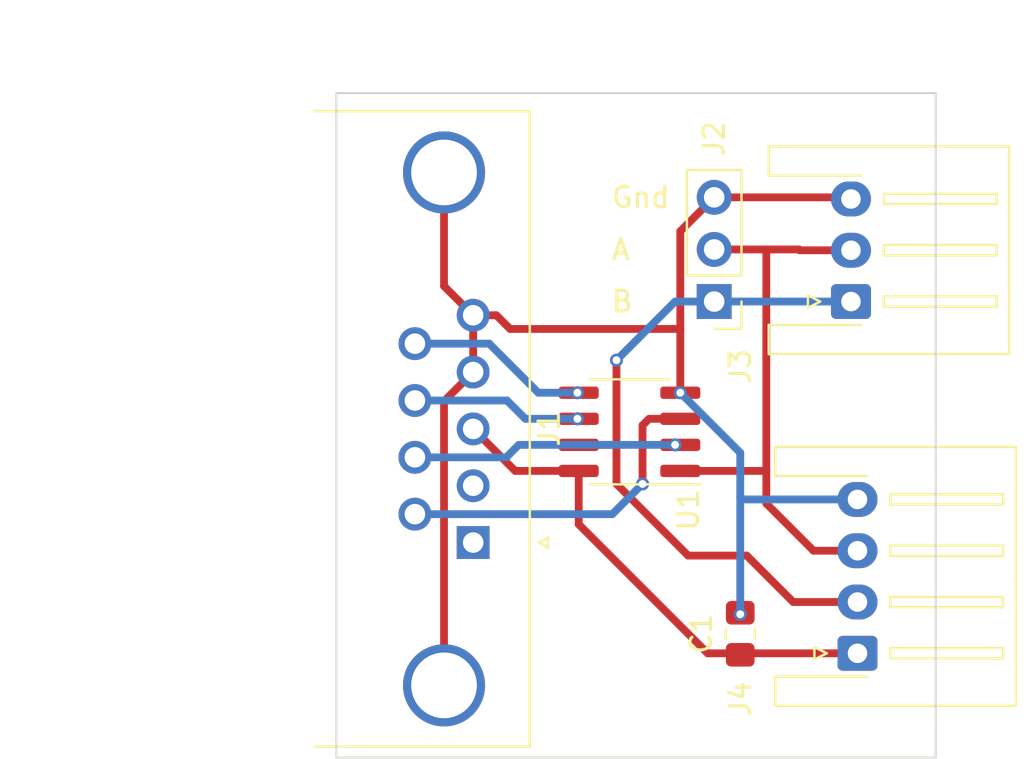
<source format=kicad_pcb>
(kicad_pcb (version 20171130) (host pcbnew "(5.1.4)-1")

  (general
    (thickness 1.6)
    (drawings 9)
    (tracks 68)
    (zones 0)
    (modules 6)
    (nets 9)
  )

  (page A4)
  (layers
    (0 F.Cu signal)
    (31 B.Cu signal)
    (32 B.Adhes user)
    (33 F.Adhes user)
    (34 B.Paste user)
    (35 F.Paste user)
    (36 B.SilkS user)
    (37 F.SilkS user)
    (38 B.Mask user)
    (39 F.Mask user)
    (40 Dwgs.User user)
    (41 Cmts.User user)
    (42 Eco1.User user)
    (43 Eco2.User user)
    (44 Edge.Cuts user)
    (45 Margin user)
    (46 B.CrtYd user)
    (47 F.CrtYd user)
    (48 B.Fab user hide)
    (49 F.Fab user hide)
  )

  (setup
    (last_trace_width 0.381)
    (user_trace_width 0.508)
    (trace_clearance 0.2)
    (zone_clearance 0.508)
    (zone_45_only no)
    (trace_min 0.2)
    (via_size 0.635)
    (via_drill 0.381)
    (via_min_size 0.4)
    (via_min_drill 0.3)
    (user_via 1.651 0.635)
    (uvia_size 0.3)
    (uvia_drill 0.1)
    (uvias_allowed no)
    (uvia_min_size 0.2)
    (uvia_min_drill 0.1)
    (edge_width 0.05)
    (segment_width 0.2)
    (pcb_text_width 0.3)
    (pcb_text_size 1.5 1.5)
    (mod_edge_width 0.12)
    (mod_text_size 1 1)
    (mod_text_width 0.15)
    (pad_size 1.524 1.524)
    (pad_drill 0.762)
    (pad_to_mask_clearance 0.051)
    (solder_mask_min_width 0.25)
    (aux_axis_origin 133.35 120.015)
    (grid_origin 133.35 120.015)
    (visible_elements 7FFFFFFF)
    (pcbplotparams
      (layerselection 0x010fc_ffffffff)
      (usegerberextensions false)
      (usegerberattributes false)
      (usegerberadvancedattributes false)
      (creategerberjobfile false)
      (excludeedgelayer true)
      (linewidth 0.100000)
      (plotframeref false)
      (viasonmask false)
      (mode 1)
      (useauxorigin false)
      (hpglpennumber 1)
      (hpglpenspeed 20)
      (hpglpendiameter 15.000000)
      (psnegative false)
      (psa4output false)
      (plotreference true)
      (plotvalue true)
      (plotinvisibletext false)
      (padsonsilk false)
      (subtractmaskfromsilk false)
      (outputformat 1)
      (mirror false)
      (drillshape 0)
      (scaleselection 1)
      (outputdirectory ""))
  )

  (net 0 "")
  (net 1 GND)
  (net 2 +5V)
  (net 3 /B+)
  (net 4 /B-)
  (net 5 /A-)
  (net 6 /A+)
  (net 7 /B)
  (net 8 /A)

  (net_class Default "This is the default net class."
    (clearance 0.2)
    (trace_width 0.381)
    (via_dia 0.635)
    (via_drill 0.381)
    (uvia_dia 0.3)
    (uvia_drill 0.1)
    (add_net +5V)
    (add_net /A)
    (add_net /A+)
    (add_net /A-)
    (add_net /B)
    (add_net /B+)
    (add_net /B-)
    (add_net GND)
    (add_net "Net-(J1-Pad1)")
    (add_net "Net-(J1-Pad2)")
  )

  (module 0MiscParts:DSUB-9_Female_Horizontal_P2.77x2.84mm_EdgePinOffset4.94mm_Housed_MountingHolesOffset7.48mm (layer F.Cu) (tedit 5E5A5D2A) (tstamp 5E4C5D68)
    (at 140.0175 109.5375 270)
    (descr "9-pin D-Sub connector, horizontal/angled (90 deg), THT-mount, female, pitch 2.77x2.84mm, pin-PCB-offset 4.9399999999999995mm, distance of mounting holes 25mm, distance of mounting holes to PCB edge 7.4799999999999995mm, see https://disti-assets.s3.amazonaws.com/tonar/files/datasheets/16730.pdf")
    (tags "9-pin D-Sub connector horizontal angled 90deg THT female pitch 2.77x2.84mm pin-PCB-offset 4.9399999999999995mm mounting-holes-distance 25mm mounting-hole-offset 25mm")
    (path /5E4BA70F)
    (fp_text reference J1 (at -5.54 -3.7 90) (layer F.SilkS)
      (effects (font (size 1 1) (thickness 0.15)))
    )
    (fp_text value DB9_Female_MountingHoles (at -5.54 15.85 90) (layer F.Fab)
      (effects (font (size 1 1) (thickness 0.15)))
    )
    (fp_text user %R (at -5.54 11.265 90) (layer F.Fab)
      (effects (font (size 1 1) (thickness 0.15)))
    )
    (fp_line (start 10.4 -3.25) (end -21.5 -3.25) (layer F.CrtYd) (width 0.05))
    (fp_line (start 10.4 14.85) (end 10.4 -3.25) (layer F.CrtYd) (width 0.05))
    (fp_line (start -21.5 14.85) (end 10.4 14.85) (layer F.CrtYd) (width 0.05))
    (fp_line (start -21.5 -3.25) (end -21.5 14.85) (layer F.CrtYd) (width 0.05))
    (fp_line (start 0 -3.221325) (end -0.25 -3.654338) (layer F.SilkS) (width 0.12))
    (fp_line (start 0.25 -3.654338) (end 0 -3.221325) (layer F.SilkS) (width 0.12))
    (fp_line (start -0.25 -3.654338) (end 0.25 -3.654338) (layer F.SilkS) (width 0.12))
    (fp_line (start 9.945 -2.76) (end 9.945 7.72) (layer F.SilkS) (width 0.12))
    (fp_line (start -21.025 -2.76) (end 9.945 -2.76) (layer F.SilkS) (width 0.12))
    (fp_line (start -21.025 7.72) (end -21.025 -2.76) (layer F.SilkS) (width 0.12))
    (fp_line (start 8.56 7.78) (end 8.56 0.3) (layer F.Fab) (width 0.1))
    (fp_line (start 5.36 7.78) (end 5.36 0.3) (layer F.Fab) (width 0.1))
    (fp_line (start -16.44 7.78) (end -16.44 0.3) (layer F.Fab) (width 0.1))
    (fp_line (start -19.64 7.78) (end -19.64 0.3) (layer F.Fab) (width 0.1))
    (fp_line (start 9.46 8.18) (end 4.46 8.18) (layer F.Fab) (width 0.1))
    (fp_line (start 9.46 13.18) (end 9.46 8.18) (layer F.Fab) (width 0.1))
    (fp_line (start 4.46 13.18) (end 9.46 13.18) (layer F.Fab) (width 0.1))
    (fp_line (start 4.46 8.18) (end 4.46 13.18) (layer F.Fab) (width 0.1))
    (fp_line (start -15.54 8.18) (end -20.54 8.18) (layer F.Fab) (width 0.1))
    (fp_line (start -15.54 13.18) (end -15.54 8.18) (layer F.Fab) (width 0.1))
    (fp_line (start -20.54 13.18) (end -15.54 13.18) (layer F.Fab) (width 0.1))
    (fp_line (start -20.54 8.18) (end -20.54 13.18) (layer F.Fab) (width 0.1))
    (fp_line (start 2.61 8.18) (end -13.69 8.18) (layer F.Fab) (width 0.1))
    (fp_line (start 2.61 14.35) (end 2.61 8.18) (layer F.Fab) (width 0.1))
    (fp_line (start -13.69 14.35) (end 2.61 14.35) (layer F.Fab) (width 0.1))
    (fp_line (start -13.69 8.18) (end -13.69 14.35) (layer F.Fab) (width 0.1))
    (fp_line (start 9.885 7.78) (end -20.965 7.78) (layer F.Fab) (width 0.1))
    (fp_line (start 9.885 8.18) (end 9.885 7.78) (layer F.Fab) (width 0.1))
    (fp_line (start -20.965 8.18) (end 9.885 8.18) (layer F.Fab) (width 0.1))
    (fp_line (start -20.965 7.78) (end -20.965 8.18) (layer F.Fab) (width 0.1))
    (fp_line (start 9.885 -2.7) (end -20.965 -2.7) (layer F.Fab) (width 0.1))
    (fp_line (start 9.885 7.78) (end 9.885 -2.7) (layer F.Fab) (width 0.1))
    (fp_line (start -20.965 7.78) (end 9.885 7.78) (layer F.Fab) (width 0.1))
    (fp_line (start -20.965 -2.7) (end -20.965 7.78) (layer F.Fab) (width 0.1))
    (fp_arc (start 6.96 0.3) (end 5.36 0.3) (angle 180) (layer F.Fab) (width 0.1))
    (fp_arc (start -18.04 0.3) (end -19.64 0.3) (angle 180) (layer F.Fab) (width 0.1))
    (pad 0 thru_hole circle (at 6.96 1.42 270) (size 4 4) (drill 3.2) (layers *.Cu *.Mask)
      (net 1 GND))
    (pad 0 thru_hole circle (at -18.04 1.42 270) (size 4 4) (drill 3.2) (layers *.Cu *.Mask)
      (net 1 GND))
    (pad 9 thru_hole circle (at -9.695 2.84 270) (size 1.6 1.6) (drill 1) (layers *.Cu *.Mask)
      (net 3 /B+))
    (pad 8 thru_hole circle (at -6.925 2.84 270) (size 1.6 1.6) (drill 1) (layers *.Cu *.Mask)
      (net 4 /B-))
    (pad 7 thru_hole circle (at -4.155 2.84 270) (size 1.6 1.6) (drill 1) (layers *.Cu *.Mask)
      (net 5 /A-))
    (pad 6 thru_hole circle (at -1.385 2.84 270) (size 1.6 1.6) (drill 1) (layers *.Cu *.Mask)
      (net 6 /A+))
    (pad 5 thru_hole circle (at -11.08 0 270) (size 1.6 1.6) (drill 1) (layers *.Cu *.Mask)
      (net 1 GND))
    (pad 4 thru_hole circle (at -8.31 0 270) (size 1.6 1.6) (drill 1) (layers *.Cu *.Mask)
      (net 1 GND))
    (pad 3 thru_hole circle (at -5.54 0 270) (size 1.6 1.6) (drill 1) (layers *.Cu *.Mask)
      (net 2 +5V))
    (pad 2 thru_hole circle (at -2.77 0 270) (size 1.6 1.6) (drill 1) (layers *.Cu *.Mask))
    (pad 1 thru_hole rect (at 0 0 270) (size 1.6 1.6) (drill 1) (layers *.Cu *.Mask))
    (model ${KISYS3DMOD}/Connector_Dsub.3dshapes/DSUB-9_Female_Horizontal_P2.77x2.84mm_EdgePinOffset4.94mm_Housed_MountingHolesOffset7.48mm.wrl
      (at (xyz 0 0 0))
      (scale (xyz 1 1 1))
      (rotate (xyz 0 0 0))
    )
  )

  (module Connector_PinHeader_2.54mm:PinHeader_1x03_P2.54mm_Vertical (layer F.Cu) (tedit 59FED5CC) (tstamp 5E4CF623)
    (at 151.765 97.79 180)
    (descr "Through hole straight pin header, 1x03, 2.54mm pitch, single row")
    (tags "Through hole pin header THT 1x03 2.54mm single row")
    (path /5E5240B8)
    (fp_text reference J2 (at 0 7.9375 90) (layer F.SilkS)
      (effects (font (size 1 1) (thickness 0.15)))
    )
    (fp_text value Conn_01x03_Male (at 0 7.41) (layer F.Fab)
      (effects (font (size 1 1) (thickness 0.15)))
    )
    (fp_text user %R (at 0 2.54 90) (layer F.Fab)
      (effects (font (size 1 1) (thickness 0.15)))
    )
    (fp_line (start 1.8 -1.8) (end -1.8 -1.8) (layer F.CrtYd) (width 0.05))
    (fp_line (start 1.8 6.85) (end 1.8 -1.8) (layer F.CrtYd) (width 0.05))
    (fp_line (start -1.8 6.85) (end 1.8 6.85) (layer F.CrtYd) (width 0.05))
    (fp_line (start -1.8 -1.8) (end -1.8 6.85) (layer F.CrtYd) (width 0.05))
    (fp_line (start -1.33 -1.33) (end 0 -1.33) (layer F.SilkS) (width 0.12))
    (fp_line (start -1.33 0) (end -1.33 -1.33) (layer F.SilkS) (width 0.12))
    (fp_line (start -1.33 1.27) (end 1.33 1.27) (layer F.SilkS) (width 0.12))
    (fp_line (start 1.33 1.27) (end 1.33 6.41) (layer F.SilkS) (width 0.12))
    (fp_line (start -1.33 1.27) (end -1.33 6.41) (layer F.SilkS) (width 0.12))
    (fp_line (start -1.33 6.41) (end 1.33 6.41) (layer F.SilkS) (width 0.12))
    (fp_line (start -1.27 -0.635) (end -0.635 -1.27) (layer F.Fab) (width 0.1))
    (fp_line (start -1.27 6.35) (end -1.27 -0.635) (layer F.Fab) (width 0.1))
    (fp_line (start 1.27 6.35) (end -1.27 6.35) (layer F.Fab) (width 0.1))
    (fp_line (start 1.27 -1.27) (end 1.27 6.35) (layer F.Fab) (width 0.1))
    (fp_line (start -0.635 -1.27) (end 1.27 -1.27) (layer F.Fab) (width 0.1))
    (pad 3 thru_hole oval (at 0 5.08 180) (size 1.7 1.7) (drill 1) (layers *.Cu *.Mask)
      (net 1 GND))
    (pad 2 thru_hole oval (at 0 2.54 180) (size 1.7 1.7) (drill 1) (layers *.Cu *.Mask)
      (net 8 /A))
    (pad 1 thru_hole rect (at 0 0 180) (size 1.7 1.7) (drill 1) (layers *.Cu *.Mask)
      (net 7 /B))
    (model ${KISYS3DMOD}/Connector_PinHeader_2.54mm.3dshapes/PinHeader_1x03_P2.54mm_Vertical.wrl
      (at (xyz 0 0 0))
      (scale (xyz 1 1 1))
      (rotate (xyz 0 0 0))
    )
  )

  (module Connector_JST:JST_XH_S3B-XH-A-1_1x03_P2.50mm_Horizontal (layer F.Cu) (tedit 5C281476) (tstamp 5E4C5EEF)
    (at 158.4325 97.79 90)
    (descr "JST XH series connector, S3B-XH-A-1 (http://www.jst-mfg.com/product/pdf/eng/eXH.pdf), generated with kicad-footprint-generator")
    (tags "connector JST XH horizontal")
    (path /5E5026A3)
    (fp_text reference J3 (at -3.175 -5.3975 90) (layer F.SilkS)
      (effects (font (size 1 1) (thickness 0.15)))
    )
    (fp_text value Conn_01x03 (at 2.5 8.8 90) (layer F.Fab)
      (effects (font (size 1 1) (thickness 0.15)))
    )
    (fp_text user %R (at 2.5 1.85 90) (layer F.Fab)
      (effects (font (size 1 1) (thickness 0.15)))
    )
    (fp_line (start 0 -0.4) (end 0.625 0.6) (layer F.Fab) (width 0.1))
    (fp_line (start -0.625 0.6) (end 0 -0.4) (layer F.Fab) (width 0.1))
    (fp_line (start 0.3 -2.1) (end 0 -1.5) (layer F.SilkS) (width 0.12))
    (fp_line (start -0.3 -2.1) (end 0.3 -2.1) (layer F.SilkS) (width 0.12))
    (fp_line (start 0 -1.5) (end -0.3 -2.1) (layer F.SilkS) (width 0.12))
    (fp_line (start 5.25 1.6) (end 4.75 1.6) (layer F.SilkS) (width 0.12))
    (fp_line (start 5.25 7.1) (end 5.25 1.6) (layer F.SilkS) (width 0.12))
    (fp_line (start 4.75 7.1) (end 5.25 7.1) (layer F.SilkS) (width 0.12))
    (fp_line (start 4.75 1.6) (end 4.75 7.1) (layer F.SilkS) (width 0.12))
    (fp_line (start 2.75 1.6) (end 2.25 1.6) (layer F.SilkS) (width 0.12))
    (fp_line (start 2.75 7.1) (end 2.75 1.6) (layer F.SilkS) (width 0.12))
    (fp_line (start 2.25 7.1) (end 2.75 7.1) (layer F.SilkS) (width 0.12))
    (fp_line (start 2.25 1.6) (end 2.25 7.1) (layer F.SilkS) (width 0.12))
    (fp_line (start 0.25 1.6) (end -0.25 1.6) (layer F.SilkS) (width 0.12))
    (fp_line (start 0.25 7.1) (end 0.25 1.6) (layer F.SilkS) (width 0.12))
    (fp_line (start -0.25 7.1) (end 0.25 7.1) (layer F.SilkS) (width 0.12))
    (fp_line (start -0.25 1.6) (end -0.25 7.1) (layer F.SilkS) (width 0.12))
    (fp_line (start 6.25 0.6) (end 2.5 0.6) (layer F.Fab) (width 0.1))
    (fp_line (start 6.25 -3.9) (end 6.25 0.6) (layer F.Fab) (width 0.1))
    (fp_line (start 7.45 -3.9) (end 6.25 -3.9) (layer F.Fab) (width 0.1))
    (fp_line (start 7.45 7.6) (end 7.45 -3.9) (layer F.Fab) (width 0.1))
    (fp_line (start 2.5 7.6) (end 7.45 7.6) (layer F.Fab) (width 0.1))
    (fp_line (start -1.25 0.6) (end 2.5 0.6) (layer F.Fab) (width 0.1))
    (fp_line (start -1.25 -3.9) (end -1.25 0.6) (layer F.Fab) (width 0.1))
    (fp_line (start -2.45 -3.9) (end -1.25 -3.9) (layer F.Fab) (width 0.1))
    (fp_line (start -2.45 7.6) (end -2.45 -3.9) (layer F.Fab) (width 0.1))
    (fp_line (start 2.5 7.6) (end -2.45 7.6) (layer F.Fab) (width 0.1))
    (fp_line (start 6.14 -4.01) (end 6.14 0.49) (layer F.SilkS) (width 0.12))
    (fp_line (start 7.56 -4.01) (end 6.14 -4.01) (layer F.SilkS) (width 0.12))
    (fp_line (start 7.56 7.71) (end 7.56 -4.01) (layer F.SilkS) (width 0.12))
    (fp_line (start 2.5 7.71) (end 7.56 7.71) (layer F.SilkS) (width 0.12))
    (fp_line (start -1.14 -4.01) (end -1.14 0.49) (layer F.SilkS) (width 0.12))
    (fp_line (start -2.56 -4.01) (end -1.14 -4.01) (layer F.SilkS) (width 0.12))
    (fp_line (start -2.56 7.71) (end -2.56 -4.01) (layer F.SilkS) (width 0.12))
    (fp_line (start 2.5 7.71) (end -2.56 7.71) (layer F.SilkS) (width 0.12))
    (fp_line (start 7.95 -4.4) (end -2.95 -4.4) (layer F.CrtYd) (width 0.05))
    (fp_line (start 7.95 8.1) (end 7.95 -4.4) (layer F.CrtYd) (width 0.05))
    (fp_line (start -2.95 8.1) (end 7.95 8.1) (layer F.CrtYd) (width 0.05))
    (fp_line (start -2.95 -4.4) (end -2.95 8.1) (layer F.CrtYd) (width 0.05))
    (pad 3 thru_hole oval (at 5 0 90) (size 1.7 1.95) (drill 0.95) (layers *.Cu *.Mask)
      (net 1 GND))
    (pad 2 thru_hole oval (at 2.5 0 90) (size 1.7 1.95) (drill 0.95) (layers *.Cu *.Mask)
      (net 8 /A))
    (pad 1 thru_hole roundrect (at 0 0 90) (size 1.7 1.95) (drill 0.95) (layers *.Cu *.Mask) (roundrect_rratio 0.147059)
      (net 7 /B))
    (model ${KISYS3DMOD}/Connector_JST.3dshapes/JST_XH_S3B-XH-A-1_1x03_P2.50mm_Horizontal.wrl
      (at (xyz 0 0 0))
      (scale (xyz 1 1 1))
      (rotate (xyz 0 0 0))
    )
  )

  (module Package_SO:SOIC-8_3.9x4.9mm_P1.27mm (layer F.Cu) (tedit 5C97300E) (tstamp 5E4C5F64)
    (at 147.6375 104.14 180)
    (descr "SOIC, 8 Pin (JEDEC MS-012AA, https://www.analog.com/media/en/package-pcb-resources/package/pkg_pdf/soic_narrow-r/r_8.pdf), generated with kicad-footprint-generator ipc_gullwing_generator.py")
    (tags "SOIC SO")
    (path /5E4BBA64)
    (attr smd)
    (fp_text reference U1 (at -2.8575 -3.81 90) (layer F.SilkS)
      (effects (font (size 1 1) (thickness 0.15)))
    )
    (fp_text value OP275 (at 0 3.4) (layer F.Fab)
      (effects (font (size 1 1) (thickness 0.15)))
    )
    (fp_text user %R (at 0 0) (layer F.Fab)
      (effects (font (size 0.98 0.98) (thickness 0.15)))
    )
    (fp_line (start 3.7 -2.7) (end -3.7 -2.7) (layer F.CrtYd) (width 0.05))
    (fp_line (start 3.7 2.7) (end 3.7 -2.7) (layer F.CrtYd) (width 0.05))
    (fp_line (start -3.7 2.7) (end 3.7 2.7) (layer F.CrtYd) (width 0.05))
    (fp_line (start -3.7 -2.7) (end -3.7 2.7) (layer F.CrtYd) (width 0.05))
    (fp_line (start -1.95 -1.475) (end -0.975 -2.45) (layer F.Fab) (width 0.1))
    (fp_line (start -1.95 2.45) (end -1.95 -1.475) (layer F.Fab) (width 0.1))
    (fp_line (start 1.95 2.45) (end -1.95 2.45) (layer F.Fab) (width 0.1))
    (fp_line (start 1.95 -2.45) (end 1.95 2.45) (layer F.Fab) (width 0.1))
    (fp_line (start -0.975 -2.45) (end 1.95 -2.45) (layer F.Fab) (width 0.1))
    (fp_line (start 0 -2.56) (end -3.45 -2.56) (layer F.SilkS) (width 0.12))
    (fp_line (start 0 -2.56) (end 1.95 -2.56) (layer F.SilkS) (width 0.12))
    (fp_line (start 0 2.56) (end -1.95 2.56) (layer F.SilkS) (width 0.12))
    (fp_line (start 0 2.56) (end 1.95 2.56) (layer F.SilkS) (width 0.12))
    (pad 8 smd roundrect (at 2.475 -1.905 180) (size 1.95 0.6) (layers F.Cu F.Paste F.Mask) (roundrect_rratio 0.25)
      (net 2 +5V))
    (pad 7 smd roundrect (at 2.475 -0.635 180) (size 1.95 0.6) (layers F.Cu F.Paste F.Mask) (roundrect_rratio 0.25)
      (net 7 /B))
    (pad 6 smd roundrect (at 2.475 0.635 180) (size 1.95 0.6) (layers F.Cu F.Paste F.Mask) (roundrect_rratio 0.25)
      (net 4 /B-))
    (pad 5 smd roundrect (at 2.475 1.905 180) (size 1.95 0.6) (layers F.Cu F.Paste F.Mask) (roundrect_rratio 0.25)
      (net 3 /B+))
    (pad 4 smd roundrect (at -2.475 1.905 180) (size 1.95 0.6) (layers F.Cu F.Paste F.Mask) (roundrect_rratio 0.25)
      (net 1 GND))
    (pad 3 smd roundrect (at -2.475 0.635 180) (size 1.95 0.6) (layers F.Cu F.Paste F.Mask) (roundrect_rratio 0.25)
      (net 6 /A+))
    (pad 2 smd roundrect (at -2.475 -0.635 180) (size 1.95 0.6) (layers F.Cu F.Paste F.Mask) (roundrect_rratio 0.25)
      (net 5 /A-))
    (pad 1 smd roundrect (at -2.475 -1.905 180) (size 1.95 0.6) (layers F.Cu F.Paste F.Mask) (roundrect_rratio 0.25)
      (net 8 /A))
    (model ${KISYS3DMOD}/Package_SO.3dshapes/SOIC-8_3.9x4.9mm_P1.27mm.wrl
      (at (xyz 0 0 0))
      (scale (xyz 1 1 1))
      (rotate (xyz 0 0 0))
    )
  )

  (module Connector_JST:JST_XH_S4B-XH-A-1_1x04_P2.50mm_Horizontal (layer F.Cu) (tedit 5C281476) (tstamp 5E4C5CCF)
    (at 158.75 114.935 90)
    (descr "JST XH series connector, S4B-XH-A-1 (http://www.jst-mfg.com/product/pdf/eng/eXH.pdf), generated with kicad-footprint-generator")
    (tags "connector JST XH horizontal")
    (path /5E4C13FC)
    (fp_text reference J4 (at -2.2225 -5.715 90) (layer F.SilkS)
      (effects (font (size 1 1) (thickness 0.15)))
    )
    (fp_text value Conn_01x04 (at 3.75 8.8 90) (layer F.Fab)
      (effects (font (size 1 1) (thickness 0.15)))
    )
    (fp_text user %R (at 3.75 1.85 90) (layer F.Fab)
      (effects (font (size 1 1) (thickness 0.15)))
    )
    (fp_line (start 0 -0.4) (end 0.625 0.6) (layer F.Fab) (width 0.1))
    (fp_line (start -0.625 0.6) (end 0 -0.4) (layer F.Fab) (width 0.1))
    (fp_line (start 0.3 -2.1) (end 0 -1.5) (layer F.SilkS) (width 0.12))
    (fp_line (start -0.3 -2.1) (end 0.3 -2.1) (layer F.SilkS) (width 0.12))
    (fp_line (start 0 -1.5) (end -0.3 -2.1) (layer F.SilkS) (width 0.12))
    (fp_line (start 7.75 1.6) (end 7.25 1.6) (layer F.SilkS) (width 0.12))
    (fp_line (start 7.75 7.1) (end 7.75 1.6) (layer F.SilkS) (width 0.12))
    (fp_line (start 7.25 7.1) (end 7.75 7.1) (layer F.SilkS) (width 0.12))
    (fp_line (start 7.25 1.6) (end 7.25 7.1) (layer F.SilkS) (width 0.12))
    (fp_line (start 5.25 1.6) (end 4.75 1.6) (layer F.SilkS) (width 0.12))
    (fp_line (start 5.25 7.1) (end 5.25 1.6) (layer F.SilkS) (width 0.12))
    (fp_line (start 4.75 7.1) (end 5.25 7.1) (layer F.SilkS) (width 0.12))
    (fp_line (start 4.75 1.6) (end 4.75 7.1) (layer F.SilkS) (width 0.12))
    (fp_line (start 2.75 1.6) (end 2.25 1.6) (layer F.SilkS) (width 0.12))
    (fp_line (start 2.75 7.1) (end 2.75 1.6) (layer F.SilkS) (width 0.12))
    (fp_line (start 2.25 7.1) (end 2.75 7.1) (layer F.SilkS) (width 0.12))
    (fp_line (start 2.25 1.6) (end 2.25 7.1) (layer F.SilkS) (width 0.12))
    (fp_line (start 0.25 1.6) (end -0.25 1.6) (layer F.SilkS) (width 0.12))
    (fp_line (start 0.25 7.1) (end 0.25 1.6) (layer F.SilkS) (width 0.12))
    (fp_line (start -0.25 7.1) (end 0.25 7.1) (layer F.SilkS) (width 0.12))
    (fp_line (start -0.25 1.6) (end -0.25 7.1) (layer F.SilkS) (width 0.12))
    (fp_line (start 8.75 0.6) (end 3.75 0.6) (layer F.Fab) (width 0.1))
    (fp_line (start 8.75 -3.9) (end 8.75 0.6) (layer F.Fab) (width 0.1))
    (fp_line (start 9.95 -3.9) (end 8.75 -3.9) (layer F.Fab) (width 0.1))
    (fp_line (start 9.95 7.6) (end 9.95 -3.9) (layer F.Fab) (width 0.1))
    (fp_line (start 3.75 7.6) (end 9.95 7.6) (layer F.Fab) (width 0.1))
    (fp_line (start -1.25 0.6) (end 3.75 0.6) (layer F.Fab) (width 0.1))
    (fp_line (start -1.25 -3.9) (end -1.25 0.6) (layer F.Fab) (width 0.1))
    (fp_line (start -2.45 -3.9) (end -1.25 -3.9) (layer F.Fab) (width 0.1))
    (fp_line (start -2.45 7.6) (end -2.45 -3.9) (layer F.Fab) (width 0.1))
    (fp_line (start 3.75 7.6) (end -2.45 7.6) (layer F.Fab) (width 0.1))
    (fp_line (start 8.64 -4.01) (end 8.64 0.49) (layer F.SilkS) (width 0.12))
    (fp_line (start 10.06 -4.01) (end 8.64 -4.01) (layer F.SilkS) (width 0.12))
    (fp_line (start 10.06 7.71) (end 10.06 -4.01) (layer F.SilkS) (width 0.12))
    (fp_line (start 3.75 7.71) (end 10.06 7.71) (layer F.SilkS) (width 0.12))
    (fp_line (start -1.14 -4.01) (end -1.14 0.49) (layer F.SilkS) (width 0.12))
    (fp_line (start -2.56 -4.01) (end -1.14 -4.01) (layer F.SilkS) (width 0.12))
    (fp_line (start -2.56 7.71) (end -2.56 -4.01) (layer F.SilkS) (width 0.12))
    (fp_line (start 3.75 7.71) (end -2.56 7.71) (layer F.SilkS) (width 0.12))
    (fp_line (start 10.45 -4.4) (end -2.95 -4.4) (layer F.CrtYd) (width 0.05))
    (fp_line (start 10.45 8.1) (end 10.45 -4.4) (layer F.CrtYd) (width 0.05))
    (fp_line (start -2.95 8.1) (end 10.45 8.1) (layer F.CrtYd) (width 0.05))
    (fp_line (start -2.95 -4.4) (end -2.95 8.1) (layer F.CrtYd) (width 0.05))
    (pad 4 thru_hole oval (at 7.5 0 90) (size 1.7 1.95) (drill 0.95) (layers *.Cu *.Mask)
      (net 1 GND))
    (pad 3 thru_hole oval (at 5 0 90) (size 1.7 1.95) (drill 0.95) (layers *.Cu *.Mask)
      (net 8 /A))
    (pad 2 thru_hole oval (at 2.5 0 90) (size 1.7 1.95) (drill 0.95) (layers *.Cu *.Mask)
      (net 7 /B))
    (pad 1 thru_hole roundrect (at 0 0 90) (size 1.7 1.95) (drill 0.95) (layers *.Cu *.Mask) (roundrect_rratio 0.147059)
      (net 2 +5V))
    (model ${KISYS3DMOD}/Connector_JST.3dshapes/JST_XH_S4B-XH-A-1_1x04_P2.50mm_Horizontal.wrl
      (at (xyz 0 0 0))
      (scale (xyz 1 1 1))
      (rotate (xyz 0 0 0))
    )
  )

  (module Capacitor_SMD:C_0805_2012Metric_Pad1.15x1.40mm_HandSolder (layer F.Cu) (tedit 5B36C52B) (tstamp 5E4C5DDE)
    (at 153.035 113.9825 90)
    (descr "Capacitor SMD 0805 (2012 Metric), square (rectangular) end terminal, IPC_7351 nominal with elongated pad for handsoldering. (Body size source: https://docs.google.com/spreadsheets/d/1BsfQQcO9C6DZCsRaXUlFlo91Tg2WpOkGARC1WS5S8t0/edit?usp=sharing), generated with kicad-footprint-generator")
    (tags "capacitor handsolder")
    (path /5E4C1ED6)
    (attr smd)
    (fp_text reference C1 (at 0 -1.905 90) (layer F.SilkS)
      (effects (font (size 1 1) (thickness 0.15)))
    )
    (fp_text value C (at 0 1.65 90) (layer F.Fab)
      (effects (font (size 1 1) (thickness 0.15)))
    )
    (fp_text user %R (at 6.985 -3.4925 90) (layer F.Fab)
      (effects (font (size 0.5 0.5) (thickness 0.08)))
    )
    (fp_line (start 1.85 0.95) (end -1.85 0.95) (layer F.CrtYd) (width 0.05))
    (fp_line (start 1.85 -0.95) (end 1.85 0.95) (layer F.CrtYd) (width 0.05))
    (fp_line (start -1.85 -0.95) (end 1.85 -0.95) (layer F.CrtYd) (width 0.05))
    (fp_line (start -1.85 0.95) (end -1.85 -0.95) (layer F.CrtYd) (width 0.05))
    (fp_line (start -0.261252 0.71) (end 0.261252 0.71) (layer F.SilkS) (width 0.12))
    (fp_line (start -0.261252 -0.71) (end 0.261252 -0.71) (layer F.SilkS) (width 0.12))
    (fp_line (start 1 0.6) (end -1 0.6) (layer F.Fab) (width 0.1))
    (fp_line (start 1 -0.6) (end 1 0.6) (layer F.Fab) (width 0.1))
    (fp_line (start -1 -0.6) (end 1 -0.6) (layer F.Fab) (width 0.1))
    (fp_line (start -1 0.6) (end -1 -0.6) (layer F.Fab) (width 0.1))
    (pad 2 smd roundrect (at 1.025 0 90) (size 1.15 1.4) (layers F.Cu F.Paste F.Mask) (roundrect_rratio 0.217391)
      (net 1 GND))
    (pad 1 smd roundrect (at -1.025 0 90) (size 1.15 1.4) (layers F.Cu F.Paste F.Mask) (roundrect_rratio 0.217391)
      (net 2 +5V))
    (model ${KISYS3DMOD}/Capacitor_SMD.3dshapes/C_0805_2012Metric.wrl
      (at (xyz 0 0 0))
      (scale (xyz 1 1 1))
      (rotate (xyz 0 0 0))
    )
  )

  (gr_text B (at 146.685 97.79) (layer F.SilkS) (tstamp 5E4CFB3C)
    (effects (font (size 1 1) (thickness 0.15)) (justify left))
  )
  (gr_text A (at 146.685 95.25) (layer F.SilkS) (tstamp 5E4CFB3C)
    (effects (font (size 1 1) (thickness 0.15)) (justify left))
  )
  (gr_text Gnd (at 146.685 92.71) (layer F.SilkS)
    (effects (font (size 1 1) (thickness 0.15)) (justify left))
  )
  (dimension 32.385 (width 0.15) (layer Dwgs.User) (tstamp 5E4C5F9E)
    (gr_text "1.2750 in" (at 120.62 103.8225 90) (layer Dwgs.User) (tstamp 5E4C5F9E)
      (effects (font (size 1 1) (thickness 0.15)))
    )
    (feature1 (pts (xy 133.35 87.63) (xy 121.333579 87.63)))
    (feature2 (pts (xy 133.35 120.015) (xy 121.333579 120.015)))
    (crossbar (pts (xy 121.92 120.015) (xy 121.92 87.63)))
    (arrow1a (pts (xy 121.92 87.63) (xy 122.506421 88.756504)))
    (arrow1b (pts (xy 121.92 87.63) (xy 121.333579 88.756504)))
    (arrow2a (pts (xy 121.92 120.015) (xy 122.506421 118.888496)))
    (arrow2b (pts (xy 121.92 120.015) (xy 121.333579 118.888496)))
  )
  (dimension 29.21 (width 0.15) (layer Dwgs.User) (tstamp 5E4C5F98)
    (gr_text "1.1500 in" (at 147.955 83.79) (layer Dwgs.User) (tstamp 5E4C5F98)
      (effects (font (size 1 1) (thickness 0.15)))
    )
    (feature1 (pts (xy 133.35 87.63) (xy 133.35 84.503579)))
    (feature2 (pts (xy 162.56 87.63) (xy 162.56 84.503579)))
    (crossbar (pts (xy 162.56 85.09) (xy 133.35 85.09)))
    (arrow1a (pts (xy 133.35 85.09) (xy 134.476504 84.503579)))
    (arrow1b (pts (xy 133.35 85.09) (xy 134.476504 85.676421)))
    (arrow2a (pts (xy 162.56 85.09) (xy 161.433496 84.503579)))
    (arrow2b (pts (xy 162.56 85.09) (xy 161.433496 85.676421)))
  )
  (gr_line (start 133.35 87.63) (end 133.35 120.015) (layer Edge.Cuts) (width 0.1) (tstamp 5E4C5EBC))
  (gr_line (start 162.56 87.63) (end 133.35 87.63) (layer Edge.Cuts) (width 0.1) (tstamp 5E4C5EB3))
  (gr_line (start 162.56 120.015) (end 162.56 87.63) (layer Edge.Cuts) (width 0.1) (tstamp 5E4C5EB6))
  (gr_line (start 133.35 120.015) (end 162.56 120.015) (layer Edge.Cuts) (width 0.1) (tstamp 5E4C5EB9))

  (via (at 153.035 113.03) (size 0.635) (drill 0.381) (layers F.Cu B.Cu) (net 1) (tstamp 5E4C5C94))
  (segment (start 140.0175 98.4575) (end 140.0175 101.2275) (width 0.381) (layer F.Cu) (net 1) (tstamp 5E4C5EB0))
  (segment (start 150.1125 101.835) (end 150.1125 102.235) (width 0.381) (layer F.Cu) (net 1) (tstamp 5E4C5E4A))
  (segment (start 141.81637 99.125) (end 150.1125 99.125) (width 0.381) (layer F.Cu) (net 1) (tstamp 5E4C5E3E))
  (segment (start 141.14887 98.4575) (end 141.81637 99.125) (width 0.381) (layer F.Cu) (net 1) (tstamp 5E4C5E44))
  (segment (start 140.0175 98.4575) (end 141.14887 98.4575) (width 0.381) (layer F.Cu) (net 1) (tstamp 5E4C5E41))
  (segment (start 150.1125 99.125) (end 150.1125 101.835) (width 0.381) (layer F.Cu) (net 1) (tstamp 5E4C5E47))
  (segment (start 150.1125 102.235) (end 150.1125 102.235) (width 0.381) (layer F.Cu) (net 1) (tstamp 5E4C5E62))
  (via (at 150.1125 102.235) (size 0.635) (drill 0.381) (layers F.Cu B.Cu) (net 1) (tstamp 5E4C5C8B))
  (segment (start 150.1125 102.235) (end 153.035 105.1575) (width 0.381) (layer B.Cu) (net 1) (tstamp 5E4C5E3B))
  (segment (start 153.155 107.435) (end 153.035 107.315) (width 0.381) (layer B.Cu) (net 1) (tstamp 5E4C5E2F))
  (segment (start 158.75 107.435) (end 153.155 107.435) (width 0.381) (layer B.Cu) (net 1) (tstamp 5E4C5E38))
  (segment (start 153.035 105.1575) (end 153.035 107.315) (width 0.381) (layer B.Cu) (net 1) (tstamp 5E4C5E35))
  (segment (start 153.035 107.315) (end 153.035 113.03) (width 0.381) (layer B.Cu) (net 1) (tstamp 5E4C5E32))
  (segment (start 158.3525 92.71) (end 158.4325 92.79) (width 0.381) (layer F.Cu) (net 1))
  (segment (start 151.765 92.71) (end 158.3525 92.71) (width 0.381) (layer F.Cu) (net 1))
  (segment (start 150.1125 94.3625) (end 151.765 92.71) (width 0.381) (layer F.Cu) (net 1))
  (segment (start 150.1125 99.125) (end 150.1125 94.3625) (width 0.381) (layer F.Cu) (net 1))
  (segment (start 138.5975 97.0375) (end 140.0175 98.4575) (width 0.381) (layer F.Cu) (net 1))
  (segment (start 138.5975 91.4975) (end 138.5975 97.0375) (width 0.381) (layer F.Cu) (net 1))
  (segment (start 138.5975 102.6475) (end 138.5975 116.4975) (width 0.381) (layer F.Cu) (net 1))
  (segment (start 140.0175 101.2275) (end 138.5975 102.6475) (width 0.381) (layer F.Cu) (net 1))
  (segment (start 142.065 106.045) (end 140.0175 103.9975) (width 0.381) (layer F.Cu) (net 2) (tstamp 5E4C5E86))
  (segment (start 145.1625 106.045) (end 142.065 106.045) (width 0.381) (layer F.Cu) (net 2) (tstamp 5E4C5E83))
  (segment (start 151.4475 114.935) (end 158.75 114.935) (width 0.381) (layer F.Cu) (net 2) (tstamp 5E4C5E17))
  (segment (start 145.1625 106.045) (end 145.1625 108.65) (width 0.381) (layer F.Cu) (net 2) (tstamp 5E4C5E0B))
  (segment (start 145.1625 108.65) (end 151.4475 114.935) (width 0.381) (layer F.Cu) (net 2) (tstamp 5E4C5E02))
  (via (at 145.0975 102.235) (size 0.635) (drill 0.381) (layers F.Cu B.Cu) (net 3) (tstamp 5E4C5C8E))
  (segment (start 143.1925 102.235) (end 145.0975 102.235) (width 0.381) (layer B.Cu) (net 3) (tstamp 5E4C5E9B))
  (segment (start 137.1775 99.8425) (end 140.8 99.8425) (width 0.381) (layer B.Cu) (net 3) (tstamp 5E4C5E9E))
  (segment (start 140.8 99.8425) (end 143.1925 102.235) (width 0.381) (layer B.Cu) (net 3) (tstamp 5E4C5E92))
  (via (at 145.0975 103.505) (size 0.635) (drill 0.381) (layers F.Cu B.Cu) (net 4) (tstamp 5E4C5C9A))
  (segment (start 142.5575 103.505) (end 145.0975 103.505) (width 0.381) (layer B.Cu) (net 4) (tstamp 5E4C5E95))
  (segment (start 137.1775 102.6125) (end 141.665 102.6125) (width 0.381) (layer B.Cu) (net 4) (tstamp 5E4C5EA1))
  (segment (start 141.665 102.6125) (end 142.5575 103.505) (width 0.381) (layer B.Cu) (net 4) (tstamp 5E4C5E98))
  (segment (start 149.86 104.775) (end 149.86 104.775) (width 0.381) (layer B.Cu) (net 5) (tstamp 5E4C5EA4))
  (via (at 149.86 104.775) (size 0.635) (drill 0.381) (layers F.Cu B.Cu) (net 5) (tstamp 5E4C5C91))
  (segment (start 142.24 104.775) (end 149.86 104.775) (width 0.381) (layer B.Cu) (net 5) (tstamp 5E4C5E71))
  (segment (start 137.1775 105.3825) (end 141.6325 105.3825) (width 0.381) (layer B.Cu) (net 5) (tstamp 5E4C5E7D))
  (segment (start 141.6325 105.3825) (end 142.24 104.775) (width 0.381) (layer B.Cu) (net 5) (tstamp 5E4C5E7A))
  (via (at 148.272502 106.68) (size 0.635) (drill 0.381) (layers F.Cu B.Cu) (net 6) (tstamp 5E4C5C97))
  (segment (start 137.1775 108.1525) (end 146.800002 108.1525) (width 0.381) (layer B.Cu) (net 6) (tstamp 5E4C5EAA))
  (segment (start 147.955003 106.997499) (end 148.272502 106.68) (width 0.381) (layer B.Cu) (net 6) (tstamp 5E4C5EAD))
  (segment (start 146.800002 108.1525) (end 147.955003 106.997499) (width 0.381) (layer B.Cu) (net 6) (tstamp 5E4C5EA7))
  (segment (start 150.1125 103.505) (end 148.59 103.505) (width 0.381) (layer F.Cu) (net 6) (tstamp 5E4C5E8F))
  (segment (start 148.272502 103.822498) (end 148.272502 106.68) (width 0.381) (layer F.Cu) (net 6) (tstamp 5E4C5E8C))
  (segment (start 148.59 103.505) (end 148.272502 103.822498) (width 0.381) (layer F.Cu) (net 6) (tstamp 5E4C5E89))
  (segment (start 147.0025 104.775) (end 145.1625 104.775) (width 0.381) (layer F.Cu) (net 7) (tstamp 5E4C5E4D))
  (segment (start 147.0025 106.68) (end 147.0025 104.775) (width 0.381) (layer F.Cu) (net 7) (tstamp 5E4C5E5C))
  (segment (start 150.495 110.1725) (end 147.0025 106.68) (width 0.381) (layer F.Cu) (net 7) (tstamp 5E4C5E5F))
  (segment (start 153.3525 110.1725) (end 150.495 110.1725) (width 0.381) (layer F.Cu) (net 7) (tstamp 5E4C5E56))
  (segment (start 158.75 112.435) (end 155.615 112.435) (width 0.381) (layer F.Cu) (net 7) (tstamp 5E4C5E50))
  (segment (start 155.615 112.435) (end 153.3525 110.1725) (width 0.381) (layer F.Cu) (net 7) (tstamp 5E4C5E53))
  (segment (start 147.0025 104.775) (end 147.0025 100.6475) (width 0.381) (layer F.Cu) (net 7) (tstamp 5E4C5E14))
  (segment (start 147.0025 100.6475) (end 147.0025 100.6475) (width 0.381) (layer F.Cu) (net 7) (tstamp 5E4C5E05))
  (via (at 147.0025 100.6475) (size 0.635) (drill 0.381) (layers F.Cu B.Cu) (net 7) (tstamp 5E4C5C88))
  (segment (start 149.86 97.79) (end 147.0025 100.6475) (width 0.381) (layer B.Cu) (net 7) (tstamp 5E4C5E08))
  (segment (start 158.4325 97.79) (end 149.86 97.79) (width 0.381) (layer B.Cu) (net 7) (tstamp 5E4C5E0E))
  (segment (start 151.765 95.25) (end 151.805 95.29) (width 0.381) (layer F.Cu) (net 8))
  (segment (start 156.6075 109.935) (end 158.75 109.935) (width 0.381) (layer F.Cu) (net 8))
  (segment (start 154.305 107.6325) (end 156.6075 109.935) (width 0.381) (layer F.Cu) (net 8))
  (segment (start 150.1125 106.045) (end 154.305 106.045) (width 0.381) (layer F.Cu) (net 8))
  (segment (start 154.305 106.045) (end 154.305 107.6325) (width 0.381) (layer F.Cu) (net 8))
  (segment (start 154.305 106.045) (end 154.305 95.25) (width 0.381) (layer F.Cu) (net 8))
  (segment (start 151.765 95.25) (end 154.305 95.25) (width 0.381) (layer F.Cu) (net 8))
  (segment (start 154.305 95.25) (end 155.8925 95.25) (width 0.381) (layer F.Cu) (net 8))
  (segment (start 155.9325 95.29) (end 158.4325 95.29) (width 0.381) (layer F.Cu) (net 8))
  (segment (start 155.8925 95.25) (end 155.9325 95.29) (width 0.381) (layer F.Cu) (net 8))

)

</source>
